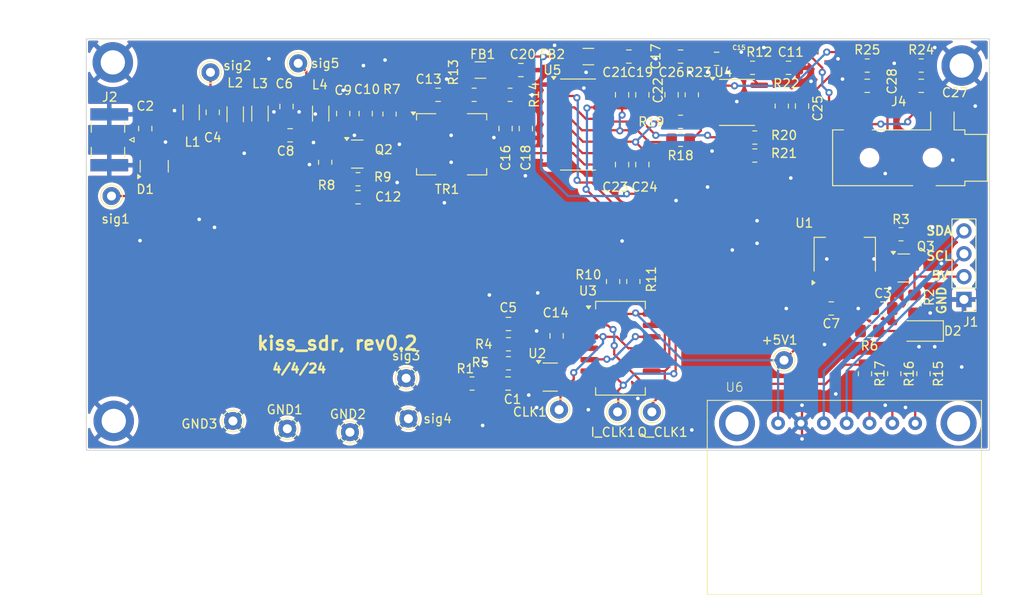
<source format=kicad_pcb>
(kicad_pcb (version 20240108) (generator "pcbnew") (generator_version "8.0")
  (layers (0 "F.Cu" signal) (31 "B.Cu" signal) (34 "B.Paste" user) (35 "F.Paste" user) (36 "B.SilkS" user "B.Silkscreen") (37 "F.SilkS" user "F.Silkscreen") (38 "B.Mask" user) (39 "F.Mask" user) (44 "Edge.Cuts" user))
  (net 0 "")
  (net 1 "GND")
  (net 2 "+5V")
  (net 3 "Net-(J2-In)")
  (net 4 "Net-(C2-Pad1)")
  (net 5 "Net-(C4-Pad1)")
  (net 6 "Net-(C8-Pad1)")
  (net 7 "Net-(C10-Pad2)")
  (net 8 "Net-(C12-Pad2)")
  (net 9 "Net-(C13-Pad2)")
  (net 10 "Net-(U4C-V+)")
  (net 11 "Net-(C16-Pad2)")
  (net 12 "Net-(U5-VCC)")
  (net 13 "Net-(U3A-C)")
  (net 14 "Net-(U5-1B3)")
  (net 15 "Net-(U3A-~{Q})")
  (net 16 "Net-(U3B-Q)")
  (net 17 "/CLK_RX_Q")
  (net 18 "/CLK_RX_I")
  (net 19 "Net-(U5-1B4)")
  (net 20 "Net-(U5-1B1)")
  (net 21 "Net-(U5-1B2)")
  (net 22 "Net-(U4B--)")
  (net 23 "Net-(C25-Pad2)")
  (net 24 "Net-(U3A-D)")
  (net 25 "Net-(U3A-Q)")
  (net 28 "Net-(C1-Pad2)")
  (net 29 "Net-(C27-Pad1)")
  (net 30 "Net-(Q2-S)")
  (net 31 "Net-(C26-Pad2)")
  (net 32 "Net-(Q2-G)")
  (net 33 "Net-(U4A--)")
  (net 34 "/SMP_CLK")
  (net 35 "Net-(C28-Pad1)")
  (net 36 "Net-(D2-A)")
  (net 37 "Net-(J1-Pin_2)")
  (net 38 "Net-(Q2-D)")
  (net 39 "Net-(U6-CLK0)")
  (net 40 "/SCL")
  (net 41 "/SDA")
  (net 42 "Net-(U6-CLK1)")
  (net 43 "Net-(U6-CLK2)")
  (net 44 "Net-(U4A-+)")
  (net 45 "Net-(U4B-+)")
  (net 46 "Net-(U5-1A)")
  (net 47 "Net-(Q3-S)")
  (net 48 "Net-(Q3-G)")
  (net 49 "Net-(C27-Pad2)")
  (net 50 "Net-(C28-Pad2)")
  (footprint "Resistor_SMD:R_0805_2012Metric_Pad1.20x1.40mm_HandSolder" (layer "F.Cu") (at 147.7768 87.825)
    (property "Reference" "R18")
    (property "Value" "100R")
  )
  (footprint "Connector_Coaxial:SMA_Samtec_SMA-J-P-X-ST-EM1_EdgeMount" (layer "F.Cu") (at 84.2768 87.825 -90)
    (property "Reference" "J2")
    (property "Value" "SMA" (hide yes))
  )
  (footprint "Package_TO_SOT_SMD:SOT-23-5" (layer "F.Cu") (at 133.2893 114.2)
    (property "Reference" "U2")
    (property "Value" "74AHCT1G04")
  )
  (footprint "Package_SO:SOIC-8_3.9x4.9mm_P1.27mm" (layer "F.Cu") (at 154.0518 83.67)
    (property "Reference" "U4")
    (property "Value" "OPA2356xxD")
  )
  (footprint "TestPoint:TestPoint_THTPad_D2.0mm_Drill1.0mm" (layer "F.Cu") (at 117.5268 118.825 90)
    (property "Reference" "sig4")
    (property "Value" "filter_gnd2")
  )
  (footprint "TestPoint:TestPoint_THTPad_D2.0mm_Drill1.0mm" (layer "F.Cu") (at 134.2768 117.825)
    (property "Reference" "CLK1")
    (property "Value" "CLK")
  )
  (footprint "Resistor_SMD:R_0805_2012Metric_Pad1.20x1.40mm_HandSolder" (layer "F.Cu") (at 173.7768 106.075 -90)
    (property "Reference" "R2")
    (property "Value" "100K")
  )
  (footprint "Resistor_SMD:R_0805_2012Metric_Pad1.20x1.40mm_HandSolder" (layer "F.Cu") (at 128.6467 112.6663)
    (property "Reference" "R5")
    (property "Value" "5.1K")
  )
  (footprint "Capacitor_SMD:C_0805_2012Metric_Pad1.18x1.45mm_HandSolder" (layer "F.Cu") (at 128.3268 86.575 90)
    (property "Reference" "C16")
    (property "Value" "0.1F")
  )
  (footprint "TestPoint:TestPoint_THTPad_D2.0mm_Drill1.0mm" (layer "F.Cu") (at 95.5268 80.325 90)
    (property "Reference" "sig2")
    (property "Value" "filter1")
  )
  (footprint "Resistor_SMD:R_0805_2012Metric_Pad1.20x1.40mm_HandSolder" (layer "F.Cu") (at 168.5268 79.575)
    (property "Reference" "R25")
    (property "Value" "100R")
  )
  (footprint "jerrys_Library:SI5351_Brd_fp" (layer "F.Cu") (at 181.3828 116.785 -90)
    (property "Reference" "U6")
    (property "Value" "SI5351")
  )
  (footprint "Capacitor_SMD:C_0805_2012Metric_Pad1.18x1.45mm_HandSolder" (layer "F.Cu") (at 130.5768 86.575 90)
    (property "Reference" "C18")
    (property "Value" "10uF")
  )
  (footprint "Capacitor_SMD:C_0805_2012Metric_Pad1.18x1.45mm_HandSolder" (layer "F.Cu") (at 134.0005 109.6153 90)
    (property "Reference" "C14")
    (property "Value" "0.1uF")
  )
  (footprint "Resistor_SMD:R_0805_2012Metric_Pad1.20x1.40mm_HandSolder" (layer "F.Cu") (at 124.6028 114.9163)
    (property "Reference" "R1")
    (property "Value" "100R")
  )
  (footprint "Connector_PinHeader_2.54mm:PinHeader_1x04_P2.54mm_Vertical" (layer "F.Cu") (at 179.2768 105.575 180)
    (property "Reference" "J1")
    (property "Value" "pwr")
  )
  (footprint "Resistor_SMD:R_0805_2012Metric_Pad1.20x1.40mm_HandSolder" (layer "F.Cu") (at 155.7768 79.825)
    (property "Reference" "R12")
    (property "Value" "10R")
  )
  (footprint "Capacitor_SMD:C_0805_2012Metric_Pad1.18x1.45mm_HandSolder" (layer "F.Cu") (at 141.2768 90.575 90)
    (property "Reference" "C23")
    (property "Value" "22nF")
  )
  (footprint "TestPoint:TestPoint_THTPad_D2.0mm_Drill1.0mm" (layer "F.Cu") (at 117.2768 114.325 90)
    (property "Reference" "sig3")
    (property "Value" "filter_gnd1")
  )
  (footprint "Package_TO_SOT_SMD:SOT-223-3_TabPin2" (layer "F.Cu") (at 166.0268 100.575 90)
    (property "Reference" "U1")
    (property "Value" "LD1117S50TR_SOT223")
  )
  (footprint "Resistor_SMD:R_0805_2012Metric_Pad1.20x1.40mm_HandSolder" (layer "F.Cu") (at 128.8268 82.825 180)
    (property "Reference" "R14")
    (property "Value" "2.2K")
  )
  (footprint "Package_SO:SO-14_5.3x10.2mm_P1.27mm" (layer "F.Cu") (at 141.0987 110.9927)
    (property "Reference" "U3")
    (property "Value" "74LC74")
  )
  (footprint "Resistor_SMD:R_0805_2012Metric_Pad1.20x1.40mm_HandSolder" (layer "F.Cu") (at 156.0268 87.575)
    (property "Reference" "R20")
    (property "Value" "100R")
  )
  (footprint "TestPoint:TestPoint_THTPad_D2.0mm_Drill1.0mm" (layer "F.Cu") (at 111.0268 120.325)
    (property "Reference" "GND2")
    (property "Value" "GND1")
  )
  (footprint "Resistor_SMD:R_0805_2012Metric_Pad1.20x1.40mm_HandSolder" (layer "F.Cu") (at 156.0268 89.575)
    (property "Reference" "R21")
    (property "Value" "100R")
  )
  (footprint "Capacitor_SMD:C_0805_2012Metric_Pad1.18x1.45mm_HandSolder" (layer "F.Cu") (at 159.7768 79.825)
    (property "Reference" "C11")
    (property "Value" "0.1uF")
  )
  (footprint "TestPoint:TestPoint_THTPad_D2.0mm_Drill1.0mm" (layer "F.Cu") (at 98.0268 119.075)
    (property "Reference" "GND3")
    (property "Value" "GND1")
  )
  (footprint "MountingHole:MountingHole_2.7mm_M2.5_ISO14580_Pad" (layer "F.Cu") (at 84.6724 79.2212 90)
    (property "Reference" "H2" (hide yes))
    (property "Value" "MountingHole_Pad")
  )
  (footprint "Resistor_SMD:R_0805_2012Metric_Pad1.20x1.40mm_HandSolder" (layer "F.Cu") (at 124.8268 82.825 180)
    (property "Reference" "R13")
    (property "Value" "2.2K")
  )
  (footprint "TestPoint:TestPoint_THTPad_D2.0mm_Drill1.0mm" (layer "F.Cu") (at 159.2768 112.325)
    (property "Reference" "+5V1")
    (property "Value" "+5V")
  )
  (footprint "TestPoint:TestPoint_THTPad_D2.0mm_Drill1.0mm" (layer "F.Cu") (at 144.5866 118.075)
    (property "Reference" "Q_CLK1")
    (property "Value" "Q_CLK")
  )
  (footprint "Resistor_SMD:R_0805_2012Metric_Pad1.20x1.40mm_HandSolder" (layer "F.Cu") (at 128.6467 110.5498)
    (property "Reference" "R4")
    (property "Value" "10K")
  )
  (footprint "jerrys_Library:Transformer_Coilcraft_PWB1010" (layer "F.Cu") (at 122.3268 88.325)
    (property "Reference" "TR1")
    (property "Value" "PWB1010L")
  )
  (footprint "Resistor_SMD:R_0805_2012Metric_Pad1.20x1.40mm_HandSolder" (layer "F.Cu") (at 172.2768 98.325)
    (property "Reference" "R3")
    (property "Value" "10K")
  )
  (footprint "Capacitor_SMD:C_0805_2012Metric_Pad1.18x1.45mm_HandSolder" (layer "F.Cu") (at 95.7768 84.775 -90)
    (property "Reference" "C4")
    (property "Value" "1.1nF")
  )
  (footprint "Resistor_SMD:R_0805_2012Metric_Pad1.20x1.40mm_HandSolder" (layer "F.Cu") (at 149.0268 82.825 90)
    (property "Reference" "R23")
    (property "Value" "10K")
  )
  (footprint "MountingHole:MountingHole_2.7mm_M2.5_ISO14580_Pad" (layer "F.Cu") (at 179.0268 79.575)
    (property "Reference" "H3" (hide yes))
    (property "Value" "MountingHole_Pad")
  )
  (footprint "Resistor_SMD:R_0805_2012Metric_Pad1.20x1.40mm_HandSolder" (layer "F.Cu") (at 159.0268 84.075 90)
    (property "Reference" "R22")
    (property "Value" "10K")
  )
  (footprint "Capacitor_SMD:C_0805_2012Metric_Pad1.18x1.45mm_HandSolder" (layer "F.Cu") (at 141.2768 82.825 -90)
    (property "Reference" "C21")
    (property "Value" "22nF")
  )
  (footprint "Capacitor_SMD:C_0805_2012Metric_Pad1.18x1.45mm_HandSolder" (layer "F.Cu") (at 161.2768 84.075 90)
    (property "Reference" "C25")
    (property "Value" "380pF")
  )
  (footprint "Capacitor_SMD:C_0805_2012Metric_Pad1.18x1.45mm_HandSolder" (layer "F.Cu") (at 128.6028 114.9163)
    (property "Reference" "C1")
    (property "Value" "0.1uF")
  )
  (footprint "Resistor_SMD:R_0805_2012Metric_Pad1.20x1.40mm_HandSolder" (layer "F.Cu") (at 168.7768 109.075 180)
    (property "Reference" "R6")
    (property "Value" "2.2K")
  )
  (footprint "Capacitor_SMD:C_0805_2012Metric_Pad1.18x1.45mm_HandSolder" (layer "F.Cu") (at 147.7768 78.575 180)
    (property "Reference" "C17")
    (property "Value" "10uF")
  )
  (footprint "Inductor_SMD:L_1206_3216Metric_Pad1.22x1.90mm_HandSolder" (layer "F.Cu") (at 107.7768 84.9125 -90)
    (property "Reference" "L4")
    (property "Value" "0.185uH")
  )
  (footprint "MountingHole:MountingHole_2.7mm_M2.5_ISO14580_Pad" (layer "F.Cu") (at 84.7768 119.075)
    (property "Reference" "H4" (hide yes))
    (property "Value" "MountingHole_Pad")
  )
  (footprint "Inductor_SMD:L_1206_3216Metric_Pad1.22x1.90mm_HandSolder" (layer "F.Cu") (at 101.0268 84.9125 -90)
    (property "Reference" "L3")
    (property "Value" "2.54uH")
  )
  (footprint "Resistor_SMD:R_0805_2012Metric_Pad1.20x1.40mm_HandSolder" (layer "F.Cu") (at 147.7768 85.825)
    (property "Reference" "R19")
    (property "Value" "100R")
  )
  (footprint "Capacitor_SMD:C_0805_2012Metric_Pad1.18x1.45mm_HandSolder" (layer "F.Cu") (at 151.7768 78.825 180)
    (property "Reference" "C15")
    (property "Value" "0.1uF")
  )
  (footprint "Resistor_SMD:R_0805_2012Metric_Pad1.20x1.40mm_HandSolder" (layer "F.Cu") (at 108.2768 90.325 90)
    (property "Reference" "R8")
    (property "Value" "27R")
  )
  (footprint "Resistor_SMD:R_0805_2012Metric_Pad1.20x1.40mm_HandSolder" (layer "F.Cu") (at 142.5268 103.575 90)
    (property "Reference" "R11")
    (property "Value" "100R")
  )
  (footprint "Capacitor_SMD:C_0805_2012Metric_Pad1.18x1.45mm_HandSolder" (layer "F.Cu") (at 111.9268 94.2125 180)
    (property "Reference" "C12")
    (property "Value" "0.1F")
  )
  (footprint "Capacitor_SMD:C_0805_2012Metric_Pad1.18x1.45mm_HandSolder" (layer "F.Cu") (at 146.7768 82.825 90)
    (property "Reference" "C26")
    (property "Value" "380pF")
  )
  (footprint "TestPoint:TestPoint_THTPad_D2.0mm_Drill1.0mm" (layer "F.Cu") (at 104.0626 119.9398)
    (property "Reference" "GND1")
    (property "Value" "GND1")
  )
  (footprint "Resistor_SMD:R_0805_2012Metric_Pad1.20x1.40mm_HandSolder" (layer "F.Cu") (at 111.9268 92.2125 180)
    (property "Reference" "R9")
    (property "Value" "27R")
  )
  (footprint "Capacitor_SMD:C_0805_2012Metric_Pad1.18x1.45mm_HandSolder" (layer "F.Cu") (at 128.6467 108.2998 180)
    (property "Reference" "C5")
    (property "Value" "0.1uF")
  )
  (footprint "Package_TO_SOT_SMD:SOT-23" (layer "F.Cu") (at 89.2768 90.7625 90)
    (property "Reference" "D1")
    (property "Value" "BAV99")
  )
  (footprint "Resistor_SMD:R_0805_2012Metric_Pad1.20x1.40mm_HandSolder" (layer "F.Cu") (at 168.2768 113.825 -90)
    (property "Reference" "R17")
    (property "Value" "0R")
  )
  (footprint "Capacitor_SMD:C_0805_2012Metric_Pad1.18x1.45mm_HandSolder" (layer "F.Cu") (at 112.7768 84.9125 90)
    (property "Reference" "C10")
    (property "Value" "0.1uF")
  )
  (footprint "Capacitor_SMD:C_0805_2012Metric_Pad1.18x1.45mm_HandSolder" (layer "F.Cu") (at 143.5268 90.575 90)
    (property "Reference" "C24")
    (property "Value" "22nF")
  )
  (footprint "Capacitor_SMD:C_0805_2012Metric_Pad1.18x1.45mm_HandSolder" (layer "F.Cu") (at 170.2768 106.575)
    (property "Reference" "C3")
    (property "Value" "0.1uF")
  )
  (footprint "Package_SO:SO-16_3.9x9.9mm_P1.27mm" (layer "F.Cu") (at 136.3793 86.13)
    (property "Reference" "U5")
    (property "Value" "SN74CBT3253")
  )
  (footprint "Inductor_SMD:L_1206_3216Metric_Pad1.22x1.90mm_HandSolder" (layer "F.Cu") (at 93.3768 84.775 90)
    (property "Reference" "L1")
    (property "Value" "2.5uH")
  )
  (footprint "Inductor_SMD:L_1206_3216Metric_Pad1.42x1.75mm_HandSolder" (layer "F.Cu") (at 137.5268 78.575)
    (property "Reference" "FB2")
    (property "Value" "FerriteBead, 6A 1 9mΩ 33Ω@100MHz ±25% 1206 Ferrite Beads ROHS")
  )
  (footprint "Capacitor_SMD:C_0805_2012Metric_Pad1.18x1.45mm_HandSolder" (layer "F.Cu") (at 164.5268 106.575 180)
    (property "Reference" "C7")
    (property "Value" "10uF")
  )
  (footprint "Resistor_SMD:R_0805_2012Metric_Pad1.20x1.40mm_HandSolder" (layer "F.Cu") (at 174.5268 79.575)
    (property "Reference" "R24")
    (property "Value" "100R")
  )
  (footprint "Connector_Audio:Jack_3.5mm_CUI_SJ-3523-SMT_Horizontal" (layer "F.Cu") (at 173.2768 89.825 -90)
    (property "Reference" "J4")
    (property "Value" "Audio Out")
  )
  (footprint "Resistor_SMD:R_0805_2012Metric_Pad1.20x1.40mm_HandSolder" (layer "F.Cu") (at 171.5268 113.825 -90)
    (property "Reference" "R16")
    (property "Value" "0R")
  )
  (footprint "Capacitor_SMD:C_0805_2012Metric_Pad1.18x1.45mm_HandSolder" (layer "F.Cu") (at 88.2768 86.575 -90)
    (property "Reference" "C2")
    (property "Value" "1.1nF")
  )
  (footprint "TestPoint:TestPoint_THTPad_D2.0mm_Drill1.0mm" (layer "F.Cu") (at 105.2768 79.325 90)
    (property "Reference" "sig5")
    (property "Value" "filter2")
  )
  (footprint "Inductor_SMD:L_1206_3216Metric_Pad1.42x1.75mm_HandSolder" (layer "F.Cu") (at 125.5268 80.075 180)
    (property "Reference" "FB1")
    (property "Value" "FerriteBead, 6A 1 9mΩ 33Ω@100MHz ±25% 1206 Ferrite Beads ROHS")
  )
  (footprint "Capacitor_SMD:C_0805_2012Metric_Pad1.18x1.45mm_HandSolder" (layer "F.Cu") (at 174.5268 81.825)
    (property "Reference" "C27")
    (property "Value" "10uF")
  )
  (footprint "Resistor_SMD:R_0805_2012Metric_Pad1.20x1.40mm_HandSolder" (layer "F.Cu") (at 140.2768 103.575 90)
    (property "Reference" "R10")
    (property "Value" "100R")
  )
  (footprint "Resistor_SMD:R_0805_2012Metric_Pad1.20x1.40mm_HandSolder" (layer "F.Cu") (at 174.7768 113.825 -90)
    (property "Reference" "R15")
    (property "Value" "0R")
  )
  (footprint "TestPoint:TestPoint_THTPad_D2.0mm_Drill1.0mm" (layer "F.Cu") (at 84.5268 94.075)
    (property "Reference" "sig1")
    (property "Value" "sig1")
  )
  (footprint "Capacitor_SMD:C_0805_2012Metric_Pad1.18x1.45mm_HandSolder" (layer "F.Cu") (at 143.5268 82.825 -90)
    (property "Reference" "C22")
    (property "Value" "22nF")
  )
  (footprint "Capacitor_SMD:C_0805_2012Metric_Pad1.18x1.45mm_HandSolder" (layer "F.Cu") (at 168.5268 81.825 180)
    (property "Reference" "C28")
    (property "Value" "10uF")
  )
  (footprint "LED_SMD:LED_1206_3216Metric_Pad1.42x1.75mm_HandSolder" (layer "F.Cu") (at 174.5268 109.075 180)
    (property "Reference" "D2")
    (property "Value" "OC_Fault")
  )
  (footprint "Capacitor_SMD:C_0805_2012Metric_Pad1.18x1.45mm_HandSolder" (layer "F.Cu") (at 130.0268 80.075 180)
    (property "Reference" "C20")
    (property "Value" "0.1uF")
  )
  (footprint "Capacitor_SMD:C_0805_2012Metric_Pad1.18x1.45mm_HandSolder" (layer "F.Cu") (at 104.3768 87.325)
    (property "Reference" "C8")
    (property "Value" "66.6pF")
  )
  (footprint "Capacitor_SMD:C_0805_2012Metric_Pad1.18x1.45mm_HandSolder" (layer "F.Cu") (at 142.0268 78.575 180)
    (property "Reference" "C19")
    (property "Value" "0.1uF")
  )
  (footprint "Inductor_SMD:L_1206_3216Metric_Pad1.22x1.90mm_HandSolder" (layer "F.Cu") (at 98.2768 84.9875 90)
    (property "Reference" "L2")
    (property "Value" "0.185uH")
  )
  (footprint "Resistor_SMD:R_0805_2012Metric_Pad1.20x1.40mm_HandSolder" (layer "F.Cu") (at 115.4268 84.9625 -90)
    (property "Reference" "R7")
    (property "Value" "100K")
  )
  (footprint "TestPoint:TestPoint_THTPad_D2.0mm_Drill1.0mm" (layer "F.Cu") (at 140.7768 118.075)
    (property "Reference" "I_CLK1")
    (property "Value" "I_CLK")
  )
  (footprint "Capacitor_SMD:C_0805_2012Metric_Pad1.18x1.45mm_HandSolder" (layer "F.Cu") (at 103.9768 84.125 -90)
    (property "Reference" "C6")
    (property "Value" "912pF")
  )
  (footprint "Package_TO_SOT_SMD:SOT-23" (layer "F.Cu") (at 172.5893 102.075)
    (property "Reference" "Q3")
    (property "Value" "AO3401A")
  )
  (footprint "Capacitor_SMD:C_0805_2012Metric_Pad1.18x1.45mm_HandSolder" (layer "F.Cu") (at 110.2768 84.9125 90)
    (property "Reference" "C9")
    (property "Value" "912pF")
  )
  (footprint "Capacitor_SMD:C_0805_2012Metric_Pad1.18x1.45mm_HandSolder" (layer "F.Cu") (at 120.8268 82.825 180)
    (property "Reference" "C13")
    (property "Value" "0.1F")
  )
  (footprint "Package_TO_SOT_SMD:SOT-23" (layer "F.Cu") (at 111.8393 89.4125)
    (property "Reference" "Q2")
    (property "Value" "J310")
  )
  (gr_line (start 81.726 122.325) (end 81.726 76.605) (stroke (width 0.1)) (layer "Edge.Cuts"))
  (gr_line (start 182.1068 122.325) (end 81.726 122.325) (stroke (width 0.1)) (layer "Edge.Cuts"))
  (gr_line (start 81.726 76.605) (end 182.1068 76.605) (stroke (width 0.1)) (layer "Edge.Cuts"))
  (gr_line (start 182.1068 76.605) (end 182.1068 122.325) (stroke (width 0.1)) (layer "Edge.Cuts"))
  (gr_text "SDA" (at 174.9768 98.525 0) (layer "F.SilkS") (effects (font (size 1 1) (thickness 0.2) (bold yes)) (justify left bottom)))
  (gr_text "GND" (at 177.3768 107.325 90) (layer "F.SilkS") (effects (font (size 1 1) (thickness 0.2) (bold yes)) (justify left bottom)))
  (gr_text "SCL" (at 174.9768 101.325 0) (layer "F.SilkS") (effects (font (size 1 1) (thickness 0.2) (bold yes)) (justify left bottom)))
  (gr_text "4/4/24" (at 102.2768 113.825 0) (layer "F.SilkS") (effects (font (size 1 1) (thickness 0.25) (bold yes)) (justify left bottom)))
  (gr_text "kiss_sdr, rev0.2" (at 100.5268 111.325 0) (layer "F.SilkS") (effects (font (size 1.5 1.5) (thickness 0.3) (bold yes)) (justify left bottom)))
  (gr_text "5V" (at 175.5768 103.525 0) (layer "F.SilkS") (effects (font (size 1 1) (thickness 0.2) (bold yes)) (justify left bottom)))
  (segment (start 110.2768 82.325) (end 110.2768 83.875) (width 0.25) (layer "F.Cu") (net 1))
  (segment (start 105.3768 84.725) (end 105.3768 85.125) (width 0.25) (layer "F.Cu") (net 1))
  (segment (start 161.2768 121.075) (end 161.2768 119.445) (width 0.25) (layer "F.Cu") (net 1))
  (segment (start 150.7768 78.8625) (end 150.7393 78.825) (width 0.25) (layer "F.Cu") (net 1))
  (segment (start 126.0268 112.575) (end 127.5554 112.575) (width 0.25) (layer "F.Cu") (net 1))
  (segment (start 137.9068 82.955) (end 138.9543 82.955) (width 0.25) (layer "F.Cu") (net 1))
  (segment (start 104.3143 85.325) (end 104.0268 85.6125) (width 0.25) (layer "F.Cu") (net 1))
  (segment (start 130.9018 116.2) (end 131.1018 116.2) (width 0.25) (layer "F.Cu") (net 1))
  (segment (start 150.7768 80.325) (end 150.7768 78.8625) (width 0.25) (layer "F.Cu") (net 1))
  (segment (start 176.0268 110.825) (end 176.0268 109.0875) (width 0.25) (layer "F.Cu") (net 1))
  (segment (start 173.7768 107.075) (end 175.5268 107.075) (width 0.25) (layer "F.Cu") (net 1))
  (segment (start 131.1018 116.2) (end 132.1518 115.15) (width 0.25) (layer "F.Cu") (net 1))
  (segment (start 161.2768 119.205) (end 161.1568 119.325) (width 0.25) (layer "F.Cu") (net 1))
  (segment (start 121.7768 81.075) (end 121.7768 82.7375) (width 0.25) (layer "F.Cu") (net 1))
  (segment (start 161.2768 119.445) (end 161.1568 119.325) (width 0.25) (layer "F.Cu") (net 1))
  (segment (start 137.0268 82.075) (end 137.9068 82.955) (width 0.25) (layer "F.Cu") (net 1))
  (segment (start 121.7768 82.7375) (end 121.8643 82.825) (width 0.25) (layer "F.Cu") (net 1))
  (segment (start 161.2768 117.325) (end 161.2768 119.205) (width 0.25) (layer "F.Cu") (net 1))
  (segment (start 127.5554 112.575) (end 127.6467 112.6663) (width 0.25) (layer "F.Cu") (net 1))
  (segment (start 176.0268 109.0875) (end 176.0143 109.075) (width 0.25) (layer "F.Cu") (net 1))
  (segment (start 105.3768 85.125) (end 105.1768 85.325) (width 0.25) (layer "F.Cu") (net 1))
  (segment (start 105.1768 85.325) (end 104.3143 85.325) (width 0.25) (layer "F.Cu") (net 1))
  (via (at 126.0268 112.575) (size 0.8) (drill 0.4) (layers "F.Cu" "B.Cu") (net 1))
  (via (at 179.0268 113.075) (size 0.8) (drill 0.4) (layers "F.Cu" "B.Cu") (net 1))
  (via (at 154.5268 78.075) (size 0.8) (drill 0.4) (layers "F.Cu" "B.Cu") (net 1))
  (via (at 130.9018 116.2) (size 0.8) (drill 0.4) (layers "F.Cu" "B.Cu") (net 1))
  (via (at 149.0268 120.075) (size 0.8) (drill 0.4) (layers "F.Cu" "B.Cu") (net 1))
  (via (at 154.0268 83.575) (size 0.8) (drill 0.4) (layers "F.Cu" "B.Cu") (net 1))
  (via (at 175.5268 107.075) (size 0.8) (drill 0.4) (layers "F.Cu" "B.Cu") (net 1))
  (via (at 131.7768 109.075) (size 0.8) (drill 0.4) (layers "F.Cu" "B.Cu") (net 1))
  (via (at 165.0268 116.075) (size 0.8) (drill 0.4) (layers "F.Cu" "B.Cu") (net 1))
  (via (at 105.3768 84.725) (size 0.8) (drill 0.4) (layers "F.Cu" "B.Cu") (net 1))
  (via (at 161.2768 121.075) (size 0.8) (drill 0.4) (layers "F.Cu" "B.Cu") (net 1))
  (via (at 153.0268 80.325) (size 0.8) (drill 0.4) (layers "F.Cu" "B.Cu") (net 1))
  (via (at 122.2768 87.325) (size 0.8) (drill 0.4) (layers "F.Cu" "B.Cu") (net 1))
  (via (at 145.0268 78.825) (size 0.8) (drill 0.4) (layers "F.Cu" "B.Cu") (net 1))
  (via (at 112.5268 79.575) (size 0.8) (drill 0.4) (layers "F.Cu" "B.Cu") (net 1))
  (via (at 171.5268 79.325) (size 0.8) (drill 0.4) (layers "F.Cu" "B.Cu") (net 1))
  (via (at 125.7768 119.575) (size 0.8) (drill 0.4) (layers "F.Cu" "B.Cu") (net 1))
  (via (at 151.2768 89.075) (size 0.8) (drill 0.4) (layers "F.Cu" "B.Cu") (net 1))
  (via (at 156.2768 99.325) (size 0.8) (drill 0.4) (layers "F.Cu" "B.Cu") (net 1))
  (via (at 111.5268 87.325) (size 0.8) (drill 0.4) (layers "F.Cu" "B.Cu") (net 1))
  (via (at 137.2768 80.325) (size 0.8) (drill 0.4) (layers "F.Cu" "B.Cu") (net 1))
  (via (at 178.0268 90.075) (size 0.8) (drill 0.4) (layers "F.Cu" "B.Cu") (net 1))
  (via (at 121.5268 94.825) (size 0.8) (drill 0.4) (layers "F.Cu" "B.Cu") (net 1))
  (via (at 153.5268 100.075) (size 0.8) (drill 0.4) (layers "F.Cu" "B.Cu") (net 1))
  (via (at 165.2768 78.825) (size 0.8) (drill 0.4) (layers "F.Cu" "B.Cu") (net 1))
  (via (at 176.7768 101.575) (size 0.8) (drill 0.4) (layers "F.Cu" "B.Cu") (net 1))
  (via (at 165.7768 81.075) (size 0.8) (drill 0.4) (layers "F.Cu" "B.Cu") (net 1))
  (via (at 90.5268 88.075) (size 0.8) (drill 0.4) (layers "F.Cu" "B.Cu") (net 1))
  (via (at 94.2736 96.671) (size 0.8) (drill 0.4) (layers "F.Cu" "B.Cu") (net 1))
  (via (at 174.2768 110.825) (size 0.8) (drill 0.4) (layers "F.Cu" "B.Cu") (net 1))
  (via (at 141.2768 99.075) (size 0.8) (drill 0.4) (layers "F.Cu" "B.Cu") (net 1))
  (via (at 170.5268 91.575) (size 0.8) (drill 0.4) (layers "F.Cu" "B.Cu") (net 1))
  (via (at 131.2768 82.825) (size 0.8) (drill 0.4) (layers "F.Cu" "B.Cu") (net 1))
  (via (at 150.7768 93.075) (size 0.8) (drill 0.4) (layers "F.Cu" "B.Cu") (net 1))
  (via (at 131.8996 104.8425) (size 0.8) (drill 0.4) (layers "F.Cu" "B.Cu") (net 1))
  (via (at 147.2768 94.575) (size 0.8) (drill 0.4) (layers "F.Cu" "B.Cu") (net 1))
  (via (at 126.5268 105.075) (size 0.8) (drill 0.4) (layers "F.Cu" "B.Cu") (net 1))
  (via (at 87.695 99.0332) (size 0.8) (drill 0.4) (layers "F.Cu" "B.Cu") (net 1))
  (via (at 157.0268 77.575) (size 0.8) (drill 0.4) (layers "F.Cu" "B.Cu") (net 1))
  (via (at 99.2768 89.325) (size 0.8) (drill 0.4) (layers "F.Cu" "B.Cu") (net 1))
  (via (at 164.0268 101.075) (size 0.8) (drill 0.4) (layers "F.Cu" "B.Cu") (net 1))
  (via (at 176.0268 110.825) (size 0.8) (drill 0.4) (layers "F.Cu" "B.Cu") (net 1))
  (via (at 180.5268 84.075) (size 0.8) (drill 0.4) (layers "F.Cu" "B.Cu") (net 1))
  (via (at 171.0268 104.325) (size 0.8) (drill 0.4) (layers "F.Cu" "B.Cu") (net 1))
  (via (at 122.2768 90.325) (size 0.8) (drill 0.4) (layers "F.Cu" "B.Cu") (net 1))
  (via (at 148.7768 80.325) (size 0.8) (drill 0.4) (layers "F.Cu" "B.Cu") (net 1))
  (via (at 95.9754 97.56) (size 0.8) (drill 0.4) (layers "F.Cu" "B.Cu") (net 1))
  (via (at 172.7768 117.575) (size 0.8) (drill 0.4) (layers "F.Cu" "B.Cu") (net 1))
  (via (at 106.5268 90.575) (size 0.8) (drill 0.4) (layers "F.Cu" "B.Cu") (net 1))
  (via (at 175.7768 97.575) (size 0.8) (drill 0.4) (layers "F.Cu" "B.Cu") (net 1))
  (via (at 130.5268 91.825) (size 0.8) (drill 0.4) (layers "F.Cu" "B.Cu") (net 1))
  (via (at 131.7768 117.575) (size 0.8) (drill 0.4) (layers "F.Cu" "B.Cu") (net 1))
  (via (at 110.2768 82.325) (size 0.8) (drill 0.4) (layers "F.Cu" "B.Cu") (net 1))
  (via (at 107.1768 84.9625) (size 0.8) (drill 0.4) (layers "F.Cu" "B.Cu") (net 1))
  (via (at 150.7768 80.325) (size 0.8) (drill 0.4) (layers "F.Cu" "B.Cu") (net 1))
  (via (at 169.2768 101.075) (size 0.8) (drill 0.4) (layers "F.Cu" "B.Cu") (net 1))
  (via (at 137.0268 82.075) (size 0.8) (drill 0.4) (layers "F.Cu" "B.Cu") (net 1))
  (via (at 127.0268 87.575) (size 0.8) (drill 0.4) (layers "F.Cu" "B.Cu") (net 1))
  (via (at 116.5268 88.325) (size 0.8) (drill 0.4) (layers "F.Cu" "B.Cu") (net 1))
  (via (at 133.7768 77.325) (size 0.8) (drill 0.4) (layers "F.Cu" "B.Cu") (net 1))
  (via (at 114.9268 78.9625) (size 0.8) (drill 0.4) (layers "F.Cu" "B.Cu") (net 1))
  (via (at 156.2768 96.825) (size 0.8) (drill 0.4) (layers "F.Cu" "B.Cu") (net 1))
  (via (at 143.0268 116.575) (size 0.8) (drill 0.4) (layers "F.Cu" "B.Cu") (net 1))
  (via (at 167.5268 106.575) (size 0.8) (drill 0.4) (layers "F.Cu" "B.Cu") (net 1))
  (via (at 102.5768 84.725) (size 0.8) (drill 0.4) (layers "F.Cu" "B.Cu") (net 1))
  (via (at 102.0268 78.825) (size 0.8) (drill 0.4) (layers "F.Cu" "B.Cu") (net 1))
  (via (at 91.5268 84.575) (size 0.8) (drill 0.4) (layers "F.Cu" "B.Cu") (net 1))
  (via (at 106.9768 88.125) (size 0.8) (drill 0.4) (layers "F.Cu" "B.Cu") (net 1))
  (via (at 121.7768 81.075) (size 0.8) (drill 0.4) (layers "F.Cu" "B.Cu") (net 1))
  (via (at 137.5268 117.825) (size 0.8) (drill 0.4) (layers "F.Cu" "B.Cu") (net 1))
  (via (at 160.0268 92.075) (size 0.8) (drill 0.4) (layers "F.Cu" "B.Cu") (net 1))
  (via (at 161.2768 117.325) (size 0.8) (drill 0.4) (layers "F.Cu" "B.Cu") (net 1))
  (via (at 163.7768 110.575) (size 0.8) (drill 0.4) (layers "F.Cu" "B.Cu") (net 1))
  (via (at 170.5268 117.325) (size 0.8) (drill 0.4) (layers "F.Cu" "B.Cu") (net 1))
  (via (at 176.0268 77.575) (size 0.8) (drill 0.4) (layers "F.Cu" "B.Cu") (net 1))
  (via (at 116.2768 92.575) (size 0.8) (drill 0.4) (layers "F.Cu" "B.Cu") (net 1))
  (via (at 159.5268 106.575) (size 0.8) (drill 0.4) (layers "F.Cu" "B.Cu") (net 1))
  (via (at 162.2768 81.325) (size 0.8) (drill 0.4) (layers "F.Cu" "B.Cu") (net 1))
  (segment (start 159.7768 78.575) (end 160.2768 78.575) (width 0.25) (layer "F.Cu") (net 2))
  (segment (start 133.8975 110.5498) (end 134.0005 110.6528) (width 0.25) (layer "F.Cu") (net 2))
  (segment (start 134.089 110.9615) (end 133.7973 110.9615) (width 0.25) (layer "F.Cu") (net 2))
  (segment (start 144.5612 108.4527) (end 144.5612 108.075) (width 0.25) (layer "F.Cu") (net 2))
  (segment (start 160.2768 78.575) (end 162.2768 78.575) (width 0.25) (layer "F.Cu") (net 2))
  (segment (start 134.3404 110.9927) (end 135.6028 110.9927) (width 0.25) (layer "F.Cu") (net 2))
  (segment (start 137.6362 107.1827) (end 136.8364 107.1827) (width 0.25) (layer "F.Cu") (net 2))
  (segment (start 158.7393 79.825) (end 158.7393 79.6125) (width 0.25) (layer "F.Cu") (net 2))
  (segment (start 140.4972 107.1827) (end 137.6362 107.1827) (width 0.25) (layer "F.Cu") (net 2))
  (segment (start 134.0005 110.6528) (end 134.3404 110.9927) (width 0.25) (layer "F.Cu") (net 2))
  (segment (start 135.6028 108.4163) (end 135.6028 110.9927) (width 0.25) (layer "F.Cu") (net 2))
  (segment (start 164.2768 95.675) (end 164.2768 93.825) (width 0.25) (layer "F.Cu") (net 2))
  (segment (start 166.0268 97.425) (end 166.0268 103.725) (width 0.25) (layer "F.Cu") (net 2))
  (segment (start 158.7393 79.6125) (end 159.7768 78.575) (width 0.25) (layer "F.Cu") (net 2))
  (segment (start 136.0393 78.575) (end 136.2768 78.575) (width 0.25) (layer "F.Cu") (net 2))
  (segment (start 134.1474 111.0199) (end 134.089 110.9615) (width 0.25) (layer "F.Cu") (net 2))
  (segment (start 146.0268 111.9147) (end 146.0268 108.9023) (width 0.25) (layer "F.Cu") (net 2))
  (segment (start 135.6028 110.9927) (end 137.6362 110.9927) (width 0.25) (layer "F.Cu") (net 2))
  (segment (start 129.6467 110.5498) (end 133.8975 110.5498) (width 0.25) (layer "F.Cu") (net 2))
  (segment (start 164.2768 93.825) (end 141.7768 93.825) (width 0.25) (layer "F.Cu") (net 2))
  (segment (start 127.0143 80.075) (end 128.9893 80.075) (width 0.25) (layer "F.Cu") (net 2))
  (segment (start 166.0893 106.575) (end 166.0893 107.9375) (width 0.25) (layer "F.Cu") (net 2))
  (segment (start 145.5772 108.4527) (end 144.5612 108.4527) (width 0.25) (layer "F.Cu") (net 2))
  (segment (start 156.7768 79.825) (end 158.7393 79.825) (width 0.25) (layer "F.Cu") (net 2))
  (segment (start 145.6788 112.2627) (end 146.0268 111.9147) (width 0.25) (layer "F.Cu") (net 2))
  (segment (start 136.8364 107.1827) (end 135.6028 108.4163) (width 0.25) (layer "F.Cu") (net 2))
  (segment (start 166.0268 97.425) (end 164.2768 95.675) (width 0.25) (layer "F.Cu") (net 2))
  (segment (start 164.2768 93.825) (end 164.2768 82.575) (width 0.25) (layer "F.Cu") (net 2))
  (segment (start 129.6467 110.5498) (end 129.6467 108.3373) (width 0.25) (layer "F.Cu") (net 2))
  (segment (start 144.5612 108.075) (end 144.5612 107.1827) (width 0.25) (layer "F.Cu") (net 2))
  (segment (start 162.5268 109.075) (end 167.2268 109.075) (width 0.25) (layer "F.Cu") (net 2))
  (segment (start 159.2768 112.325) (end 162.5268 109.075) (width 0.25) (layer "F.Cu") (net 2))
  (segment (start 144.5612 112.2627) (end 145.6788 112.2627) (width 0.25) (layer "F.Cu") (net 2))
  (segment (start 128.9893 79.8625) (end 130.2768 78.575) (width 0.25) (layer "F.Cu") (net 2))
  (segment (start 130.2768 78.575) (end 132.5268 78.575) (width 0.25) (layer "F.Cu") (net 2))
  (segment (start 166.0268 106.5125) (end 166.0893 106.575) (width 0.25) (layer "F.Cu") (net 2))
  (segment (start 144.5612 107.1827) (end 142.8845 107.1827) (width 0.25) (layer "F.Cu") (net 2))
  (segment (start 156.7768 79.575) (end 156.7768 79.825) (width 0.25) (layer "F.Cu") (net 2))
  (segment (start 142.8845 107.1827) (end 142.7768 107.075) (width 0.25) (layer "F.Cu") (net 2))
  (segment (start 142.6691 107.1827) (end 140.4972 107.1827) (width 0.25) (layer "F.Cu") (net 2))
  (segment (start 134.1474 113.1978) (end 134.1474 111.0199) (width 0.25) (layer "F.Cu") (net 2))
  (segment (start 162.2768 78.575) (end 163.5268 79.825) (width 0.25) (layer "F.Cu") (net 2))
  (segment (start 166.0268 103.725) (end 166.0268 106.5125) (width 0.25) (layer "F.Cu") (net 2))
  (segment (start 142.7768 107.075) (end 142.6691 107.1827) (width 0.25) (layer "F.Cu") (net 2))
  (segment (start 163.5268 79.825) (end 163.5268 80.325) (width 0.25) (layer "F.Cu") (net 2))
  (segment (start 146.0268 108.9023) (end 145.5772 108.4527) (width 0.25) (layer "F.Cu") (net 2))
  (segment (start 132.5268 78.575) (end 136.0393 78.575) (width 0.25) (layer "F.Cu") (net 2))
  (segment (start 128.9893 80.075) (end 128.9893 79.8625) (width 0.25) (layer "F.Cu") (net 2))
  (segment (start 129.6467 108.3373) (end 129.6842 108.2998) (width 0.25) (layer "F.Cu") (net 2))
  (segment (start 166.0893 107.9375) (end 167.2268 109.075) (width 0.25) (layer "F.Cu") (net 2))
  (via (at 163.5268 80.325) (size 0.8) (drill 0.4) (layers "F.Cu" "B.Cu") (net 2))
  (via (at 141.7768 93.825) (size 0.8) (drill 0.4) (layers "F.Cu" "B.Cu") (net 2))
  (via (at 132.5268 78.575) (size 0.8) (drill 0.4) (layers "F.Cu" "B.Cu") (net 2))
  (via (at 142.7768 107.075) (size 0.8) (drill 0.4) (layers "F.Cu" "B.Cu") (net 2))
  (via (at 164.2768 82.575) (size 0.8) (drill 0.4) (layers "F.Cu" "B.Cu") (net 2))
  (segment (start 135.2768 94.075) (end 132.2768 91.075) (width 0.25) (layer "B.Cu") (net 2))
  (segment (start 141.7768 93.825) (end 141.5268 94.075) (width 0.25) (layer "B.Cu") (net 2))
  (segment (start 163.5268 81.825) (end 164.2768 82.575) (width 0.25) (layer "B.Cu") (net 2))
  (segment (start 148.0268 112.325) (end 159.2768 112.325) (width 0.25) (layer "B.Cu") (net 2))
  (segment (start 158.6168 112.985) (end 159.2768 112.325) (width 0.25) (layer "B.Cu") (net 2))
  (segment (start 142.7768 107.075) (end 148.0268 112.325) (width 0.25) (layer "B.Cu") (net 2))
  (segment (start 141.5268 94.075) (end 135.2768 94.075) (width 0.25) (layer "B.Cu") (net 2))
  (segment (start 158.6168 119.325) (end 158.6168 112.985) (width 0.25) (layer "B.Cu") (net 2))
  (segment (start 163.5268 80.325) (end 163.5268 81.825) (width 0.25) (layer "B.Cu") (net 2))
  (segment (start 132.2768 91.075) (end 132.2768 78.575) (width 0.25) (layer "B.Cu") (net 2))
  (segment (start 89.2768 89.825) (end 89.2768 93.325) (width 0.25) (layer "F.Cu") (net 3))
  (segment (start 83.6818 94.1564) (end 84.266 94.1564) (width 0.25) (layer "F.Cu") (net 3))
  (segment (start 88.2768 87.6125) (end 88.2768 88.825) (width 0.25) (layer "F.Cu") (net 3))
  (segment (start 88.5268 94.075) (end 84.5268 94.075) (width 0.25) (layer "F.Cu") (net 3))
  (segment (start 84.0768 87.825) (end 88.0643 87.825) (width 0.25) (layer "F.Cu") (net 3))
  (segment (start 88.2768 88.825) (end 89.2768 89.825) (width 0.25) (layer "F.Cu") (net 3))
  (segment (start 89.2768 93.325) (end 88.5268 94.075) (width 0.25) (layer "F.Cu") (net 3))
  (segment (start 88.0643 87.825) (end 88.2768 87.6125) (width 0.25) (layer "F.Cu") (net 3))
  (segment (start 91.0268 86.575) (end 93.2393 86.575) (width 0.25) (layer "F.Cu") (net 4))
  (segment (start 93.3768 86.4375) (end 95.1518 86.4375) (width 0.25) (layer "F.Cu") (net 4))
  (segment (start 93.2393 86.575) (end 93.3768 86.4375) (width 0.25) (layer "F.Cu") (net 4))
  (segment (start 89.9893 85.5375) (end 91.0268 86.575) (width 0.25) (layer "F.Cu") (net 4))
  (segment (start 88.2768 85.5375) (end 89.9893 85.5375) (width 0.25) (layer "F.Cu") (net 4))
  (segment (start 95.1518 86.4375) (end 95.7768 85.8125) (width 0.25) (layer "F.Cu") (net 4))
  (segment (start 95.7768 83.7375) (end 95.7768 83.325) (width 0.25) (layer "F.Cu") (net 5))
  (segment (start 95.7768 80.575) (end 95.5268 80.325) (width 0.25) (layer "F.Cu") (net 5))
  (segment (start 98.2768 83.325) (end 101.2018 83.325) (width 0.25) (layer "F.Cu") (net 5))
  (segment (start 97.8643 83.7375) (end 98.2768 83.325) (width 0.25) (layer "F.Cu") (net 5))
  (segment (start 95.7768 83.7375) (end 97.8643 83.7375) (width 0.25) (layer "F.Cu") (net 5))
  (segment (start 95.7768 83.325) (end 95.5268 83.075) (width 0.25) (layer "F.Cu") (net 5))
  (segment (start 101.2018 83.325) (end 101.2768 83.25) (width 0.25) (layer "F.Cu") (net 5))
  (segment (start 101.5893 82.9375) (end 101.2768 83.25) (width 0.25) (layer "F.Cu") (net 5))
  (segment (start 101.2768 83.25) (end 104.1768 83.25) (width 0.25) (layer "F.Cu") (net 5))
  (segment (start 95.5268 83.075) (end 95.5268 80.325) (width 0.25) (layer "F.Cu") (net 5))
  (segment (start 101.0268 86.575) (end 102.2768 87.825) (width 0.25) (layer "F.Cu") (net 6))
  (segment (start 102.2768 87.825) (end 103.4893 87.825) (width 0.25) (layer "F.Cu") (net 6))
  (segment (start 100.7143 87.025) (end 101.2768 86.4625) (width 0.25) (layer "F.Cu") (net 6))
  (segment (start 106.5768 86.925) (end 107.4268 86.925) (width 0.25) (layer "F.Cu") (net 7))
  (segment (start 107.7768 86.575) (end 109.6518 86.575) (width 0.25) (layer "F.Cu") (net 7))
  (segment (start 109.6518 86.575) (end 110.2768 85.95) (width 0.25) (layer "F.Cu") (net 7))
  (segment (start 106.1768 86.5625) (end 106.1768 80.225) (width 0.25) (layer "F.Cu") (net 7))
  (segment (start 106.1768 87.325) (end 106.5768 86.925) (width 0.25) (layer "F.Cu") (net 7))
  (segment (start 105.4143 87.325) (end 106.1768 86.5625) (width 0.25) (layer "F.Cu") (net 7))
  (segment (start 105.4143 87.325) (end 106.1768 87.325) (width 0.25) (layer "F.Cu") (net 7))
  (segment (start 106.1768 80.225) (end 105.2768 79.325) (width 0.25) (layer "F.Cu") (net 7))
  (segment (start 110.2768 85.95) (end 110.7018 85.95) (width 0.25) (layer "F.Cu") (net 7))
  (segment (start 107.4268 86.925) (end 107.7768 86.575) (width 0.25) (layer "F.Cu") (net 7))
  (segment (start 110.7018 85.95) (end 112.7768 83.875) (width 0.25) (layer "F.Cu") (net 7))
  (segment (start 108.2768 91.1625) (end 109.3768 91.1625) (width 0.25) (layer "F.Cu") (net 8))
  (segment (start 109.3768 91.1625) (end 110.1768 91.9625) (width 0.25) (layer "F.Cu") (net 8))
  (segment (start 110.9268 92.2125) (end 110.9268 94.175) (width 0.25) (layer "F.Cu") (net 8))
  (segment (start 110.1768 91.9625) (end 110.5768 91.9625) (width 0.25) (layer "F.Cu") (net 8))
  (segment (start 110.5768 91.9625) (end 111.2768 92.6625) (width 0.25) (layer "F.Cu") (net 8))
  (segment (start 110.9268 94.175) (end 110.8893 94.2125) (width 0.25) (layer "F.Cu") (net 8))
  (segment (start 108.2268 91.2125) (end 108.2768 91.1625) (width 0.25) (layer "F.Cu") (net 8))
  (segment (start 120.8668 85.785) (end 119.3768 85.785) (width 0.25) (layer "F.Cu") (net 9))
  (segment (start 123.8268 82.825) (end 123.8268 80.2875) (width 0.25) (layer "F.Cu") (net 9))
  (segment (start 123.8268 80.2875) (end 124.0393 80.075) (width 0.25) (layer "F.Cu") (net 9))
  (segment (start 123.8268 82.825) (end 120.8668 85.785) (width 0.25) (layer "F.Cu") (net 9))
  (segment (start 119.3768 85.785) (end 119.3768 82.9375) (width 0.25) (layer "F.Cu") (net 9))
  (segment (start 152.8143 78.575) (end 154.0643 79.825) (width 0.25) (layer "F.Cu") (net 10))
  (segment (start 154.7768 80.015) (end 154.7768 79.825) (width 0.25) (layer "F.Cu") (net 10))
  (segment (start 152.8143 78.575) (end 152.0143 77.775) (width 0.25) (layer "F.Cu") (net 10))
  (segment (start 152.0143 77.775) (end 149.6143 77.775) (width 0.25) (layer "F.Cu") (net 10))
  (segment (start 152.8143 78.325) (end 152.8143 78.575) (width 0.25) (layer "F.Cu") (net 10))
  (segment (start 154.0643 79.825) (end 154.7768 79.825) (width 0.25) (layer "F.Cu") (net 10))
  (segment (start 156.5268 81.765) (end 154.7768 80.015) (width 0.25) (layer "F.Cu") (net 10))
  (segment (start 149.6143 77.775) (end 148.8143 78.575) (width 0.25) (layer "F.Cu") (net 10))
  (segment (start 128.3268 85.5375) (end 128.0393 85.5375) (width 0.25) (layer "F.Cu") (net 11))
  (segment (start 125.8268 85.27) (end 125.3118 85.785) (width 0.25) (layer "F.Cu") (net 11))
  (segment (start 125.8268 82.825) (end 127.8268 82.825) (width 0.25) (layer "F.Cu") (net 11))
  (segment (start 128.0393 85.5375) (end 127.7918 85.785) (width 0.25) (layer "F.Cu") (net 11))
  (segment (start 125.8268 82.825) (end 125.8268 85.27) (width 0.25) (layer "F.Cu") (net 11))
  (segment (start 127.7918 85.785) (end 125.3118 85.785) (width 0.25) (layer "F.Cu") (net 11))
  (segment (start 130.5768 85.5375) (end 128.3268 85.5375) (width 0.25) (layer "F.Cu") (net 11))
  (segment (start 139.0143 78.575) (end 140.9893 78.575) (width 0.25) (layer "F.Cu") (net 12))
  (segment (start 138.9543 78.635) (end 139.0143 78.575) (width 0.25) (layer "F.Cu") (net 12))
  (segment (start 138.9543 81.685) (end 138.9543 78.635) (width 0.25) (layer "F.Cu") (net 12))
  (segment (start 135.9018 114.45) (end 135.9018 114.2) (width 0.25) (layer "F.Cu") (net 13))
  (segment (start 140.7004 109.7227) (end 141.9704 110.9927) (width 0.25) (layer "F.Cu") (net 13))
  (segment (start 134.8934 115.0978) (end 134.1474 115.0978) (width 0.25) (layer "F.Cu") (net 13))
  (segment (start 134.4268 117.675) (end 134.2768 117.825) (width 0.25) (layer "F.Cu") (net 13))
  (segment (start 134.4268 115.15) (end 134.4268 117.675) (width 0.25) (layer "F.Cu") (net 13))
  (segment (start 135.2018 115.15) (end 135.9018 114.45) (width 0.25) (layer "F.Cu") (net 13))
  (segment (start 135.9018 114.2) (end 135.9018 113.7) (width 0.25) (layer "F.Cu") (net 13))
  (segment (start 139.1291 109.7227) (end 139.1518 109.7) (width 0.25) (layer "F.Cu") (net 13))
  (segment (start 137.6362 109.7227) (end 139.1291 109.7227) (width 0.25) (layer "F.Cu") (net 13))
  (segment (start 134.4268 115.15) (end 135.2018 115.15) (width 0.25) (layer "F.Cu") (net 13))
  (segment (start 139.1745 109.7227) (end 140.7004 109.7227) (width 0.25) (layer "F.Cu") (net 13))
  (segment (start 139.1518 109.7) (end 139.1745 109.7227) (width 0.25) (layer "F.Cu") (net 13))
  (segment (start 141.9704 110.9927) (end 144.5612 110.9927) (width 0.25) (layer "F.Cu") (net 13))
  (via (at 139.1518 109.7) (size 0.8) (drill 0.4) (layers "F.Cu" "B.Cu") (net 13))
  (via (at 135.9018 113.7) (size 0.8) (drill 0.4) (layers "F.Cu" "B.Cu") (net 13))
  (segment (start 135.9018 113.7) (end 139.1518 110.45) (width 0.25) (layer "B.Cu") (net 13))
  (segment (start 139.1518 110.45) (end 139.1518 109.7) (width 0.25) (layer "B.Cu") (net 13))
  (segment (start 133.8043 85.495) (end 135.5499 85.495) (width 0.25) (layer "F.Cu") (net 14))
  (segment (start 141.0268 86.825) (end 141.0868 86.765) (width 0.25) (layer "F.Cu") (net 14))
  (segment (start 141.2768 83.8625) (end 141.2768 85.075) (width 0.25) (layer "F.Cu") (net 14))
  (segment (start 138.9543 86.765) (end 140.9668 86.765) (width 0.25) (layer "F.Cu") (net 14))
  (segment (start 136.8199 86.765) (end 138.9543 86.765) (width 0.25) (layer "F.Cu") (net 14))
  (segment (start 142.9668 86.765) (end 144.2768 88.075) (width 0.25) (layer "F.Cu") (net 14))
  (segment (start 135.5499 85.495) (end 136.8199 86.765) (width 0.25) (layer "F.Cu") (net 14))
  (segment (start 141.0868 86.765) (end 142.9668 86.765) (width 0.25) (layer "F.Cu") (net 14))
  (segment (start 140.9668 86.765) (end 141.0268 86.825) (width 0.25) (layer "F.Cu") (net 14))
  (segment (start 144.2768 88.075) (end 146.7768 88.075) (width 0.25) (layer "F.Cu") (net 14))
  (via (at 141.0268 86.825) (size 0.8) (drill 0.4) (layers "F.Cu" "B.Cu") (net 14))
  (via (at 141.2768 85.075) (size 0.8) (drill 0.4) (layers "F.Cu" "B.Cu") (net 14))
  (segment (start 141.0268 86.825) (end 141.0268 85.325) (width 0.25) (layer "B.Cu") (net 14))
  (segment (start 141.0268 85.325) (end 141.2768 85.075) (width 0.25) (layer "B.Cu") (net 14))
  (segment (start 137.6362 113.5327) (end 139.8876 113.5327) (width 0.25) (layer "F.Cu") (net 15))
  (segment (start 140.8528 115.6663) (end 141.4116 115.1075) (width 0.25) (layer "F.Cu") (net 15))
  (segment (start 147.2268 113.625) (end 147.0268 113.825) (width 0.25) (layer "F.Cu") (net 15))
  (segment (start 141.4116 115.1075) (end 141.4624 115.1075) (width 0.25) (layer "F.Cu") (net 15))
  (segment (start 141.4116 115.0567) (end 141.4116 115.1075) (width 0.25) (layer "F.Cu") (net 15))
  (segment (start 141.4624 115.1075) (end 141.4116 115.0567) (width 0.25) (layer "F.Cu") (net 15))
  (segment (start 142.5268 104.575) (end 144.5268 104.575) (width 0.25) (layer "F.Cu") (net 15))
  (segment (start 139.8876 113.5327) (end 141.4116 115.0567) (width 0.25) (layer "F.Cu") (net 15))
  (segment (start 144.5268 104.575) (end 147.2268 107.275) (width 0.25) (layer "F.Cu") (net 15))
  (segment (start 140.8528 118.6619) (end 140.8528 115.6663) (width 0.25) (layer "F.Cu") (net 15))
  (segment (start 147.2268 107.275) (end 147.2268 113.625) (width 0.25) (layer "F.Cu") (net 15))
  (via (at 141.4116 115.1075) (size 0.8) (drill 0.4) (layers "F.Cu" "B.Cu") (net 15))
  (via (at 147.0268 113.825) (size 0.8) (drill 0.4) (layers "F.Cu" "B.Cu") (net 15))
  (segment (start 141.4116 115.1075) (end 142.6941 113.825) (width 0.25) (layer "B.Cu") (net 15))
  (segment (start 141.5041 115.2) (end 141.4116 115.1075) (width 0.25) (layer "B.Cu") (net 15))
  (segment (start 142.6941 113.825) (end 147.0268 113.825) (width 0.25) (layer "B.Cu") (net 15))
  (segment (start 146.5268 107.484892) (end 146.5268 113.0403) (width 0.25) (layer "F.Cu") (net 16))
  (segment (start 140.2768 104.575) (end 140.2768 105.325) (width 0.25) (layer "F.Cu") (net 16))
  (segment (start 146.0268 115.7247) (end 146.0268 113.5403) (width 0.25) (layer "F.Cu") (net 16))
  (segment (start 140.2768 105.325) (end 141.0268 106.075) (width 0.25) (layer "F.Cu") (net 16))
  (segment (start 144.5612 113.5327) (end 146.0344 113.5327) (width 0.25) (layer "F.Cu") (net 16))
  (segment (start 146.0268 113.5403) (end 146.0344 113.5327) (width 0.25) (layer "F.Cu") (net 16))
  (segment (start 144.5612 117.1903) (end 146.0268 115.7247) (width 0.25) (layer "F.Cu") (net 16))
  (segment (start 145.116908 106.075) (end 146.5268 107.484892) (width 0.25) (layer "F.Cu") (net 16))
  (segment (start 146.5268 113.0403) (end 146.0344 113.5327) (width 0.25) (layer "F.Cu") (net 16))
  (segment (start 141.0268 106.075) (end 145.116908 106.075) (width 0.25) (layer "F.Cu") (net 16))
  (segment (start 137.2937 84.2924) (end 137.2937 84.2924) (width 0.25) (layer "F.Cu") (net 17))
  (segment (start 138.9543 84.225) (end 137.3611 84.225) (width 0.25) (layer "F.Cu") (net 17))
  (segment (start 137.3699 84.2924) (end 137.2937 84.2924) (width 0.25) (layer "F.Cu") (net 17))
  (segment (start 137.3611 84.225) (end 137.3699 84.2162) (width 0.25) (layer "F.Cu") (net 17))
  (segment (start 140.2768 96.325) (end 140.2768 102.575) (width 0.25) (layer "F.Cu") (net 17))
  (segment (start 137.2768 93.325) (end 140.2768 96.325) (width 0.25) (layer "F.Cu") (net 17))
  (segment (start 137.3699 84.2162) (end 137.3699 84.2924) (width 0.25) (layer "F.Cu") (net 17))
  (via (at 137.2768 93.325) (size 0.8) (drill 0.4) (layers "F.Cu" "B.Cu") (net 17))
  (via (at 137.3699 84.2924) (size 0.8) (drill 0.4) (layers "F.Cu" "B.Cu") (net 17))
  (segment (start 137.3699 84.2924) (end 137.3699 93.2319) (width 0.25) (layer "B.Cu") (net 17))
  (segment (start 137.3699 93.2319) (end 137.2768 93.325) (width 0.25) (layer "B.Cu") (net 17))
  (segment (start 136.1507 83.1836) (end 136.2523 83.1494) (width 0.25) (layer "F.Cu") (net 18))
  (segment (start 142.5268 102.575) (end 142.5268 97.188604) (width 0.25) (layer "F.Cu") (net 18))
  (segment (start 136.2523 83.1494) (end 136.2191 83.1836) (width 0.25) (layer "F.Cu") (net 18))
  (segment (start 137.913196 92.575) (end 136.5268 92.575) (width 0.25) (layer "F.Cu") (net 18))
  (segment (start 136.5268 92.575) (end 136.2768 92.325) (width 0.25) (layer "F.Cu") (net 18))
  (segment (start 142.5268 97.188604) (end 137.913196 92.575) (width 0.25) (layer "F.Cu") (net 18))
  (segment (start 136.2191 83.1836) (end 136.1849 83.1836) (width 0.25) (layer "F.Cu") (net 18))
  (segment (start 133.8043 82.955) (end 136.2523 82.955) (width 0.25) (layer "F.Cu") (net 18))
  (via (at 136.2523 83.1494) (size 0.8) (drill 0.4) (layers "F.Cu" "B.Cu") (net 18))
  (via (at 136.2768 92.325) (size 0.8) (drill 0.4) (layers "F.Cu" "B.Cu") (net 18))
  (segment (start 136.3539 92.325) (end 136.3539 82.9208) (width 0.25) (layer "B.Cu") (net 18))
  (segment (start 139.2593 85.8) (end 143.1662 85.8) (width 0.25) (layer "F.Cu") (net 19))
  (segment (start 150.9893 87.5375) (end 150.7768 87.325) (width 0.25) (layer "F.Cu") (net 19))
  (segment (start 152.7768 87.5375) (end 150.9893 87.5375) (width 0.25) (layer "F.Cu") (net 19))
  (segment (start 133.8043 84.225) (end 135.9817 84.225) (width 0.25) (layer "F.Cu") (net 19))
  (segment (start 137.2517 85.495) (end 138.9543 85.495) (width 0.25) (layer "F.Cu") (net 19))
  (segment (start 152.7768 87.5375) (end 154.9893 87.5375) (width 0.25) (layer "F.Cu") (net 19))
  (segment (start 138.9543 85.495) (end 139.2593 85.8) (width 0.25) (layer "F.Cu") (net 19))
  (segment (start 143.5268 85.4394) (end 143.1662 85.8) (width 0.25) (layer "F.Cu") (net 19))
  (segment (start 154.9893 87.5375) (end 155.0268 87.575) (width 0.25) (layer "F.Cu") (net 19))
  (segment (start 135.9817 84.225) (end 137.2517 85.495) (width 0.25) (layer "F.Cu") (net 19))
  (segment (start 143.1662 85.8) (end 143.5018 85.8) (width 0.25) (layer "F.Cu") (net 19))
  (segment (start 143.5268 83.8625) (end 143.5268 85.4394) (width 0.25) (layer "F.Cu") (net 19))
  (segment (start 143.5018 85.8) (end 145.0268 87.325) (width 0.25) (layer "F.Cu") (net 19))
  (via (at 145.0268 87.325) (size 0.8) (drill 0.4) (layers "F.Cu" "B.Cu") (net 19))
  (via (at 150.7768 87.325) (size 0.8) (drill 0.4) (layers "F.Cu" "B.Cu") (net 19))
  (segment (start 145.0268 87.325) (end 150.7768 87.325) (width 0.25) (layer "B.Cu") (net 19))
  (segment (start 141.2768 90.325) (end 141.6518 90.7) (width 0.25) (layer "F.Cu") (net 20))
  (segment (start 153.9018 90.7) (end 155.0268 89.575) (width 0.25) (layer "F.Cu") (net 20))
  (segment (start 135.6007 88.035) (end 136.8707 89.305) (width 0.25) (layer "F.Cu") (net 20))
  (segment (start 141.2768 89.5375) (end 141.2768 90.325) (width 0.25) (layer "F.Cu") (net 20))
  (segment (start 141.6518 90.7) (end 153.9018 90.7) (width 0.25) (layer "F.Cu") (net 20))
  (segment (start 133.8043 88.035) (end 135.6007 88.035) (width 0.25) (layer "F.Cu") (net 20))
  (segment (start 140.620595 89.305) (end 138.9543 89.305) (width 0.25) (layer "F.Cu") (net 20))
  (segment (start 136.8707 89.305) (end 138.9543 89.305) (width 0.25) (layer "F.Cu") (net 20))
  (segment (start 136.9215 88.035) (end 138.9543 88.035) (width 0.25) (layer "F.Cu") (net 21))
  (segment (start 145.0268 85.825) (end 146.7768 85.825) (width 0.25) (layer "F.Cu") (net 21))
  (segment (start 142.7368 88.035) (end 142.7768 88.075) (width 0.25) (layer "F.Cu") (net 21))
  (segment (start 144.789453 86.062347) (end 145.0268 85.825) (width 0.25) (layer "F.Cu") (net 21))
  (segment (start 142.7768 88.075) (end 143.5268 88.825) (width 0.25) (layer "F.Cu") (net 21))
  (segment (start 138.9543 88.035) (end 142.7368 88.035) (width 0.25) (layer "F.Cu") (net 21))
  (segment (start 133.8043 86.765) (end 135.6515 86.765) (width 0.25) (layer "F.Cu") (net 21))
  (segment (start 143.5268 88.825) (end 143.5268 89.5375) (width 0.25) (layer "F.Cu") (net 21))
  (segment (start 135.6515 86.765) (end 136.9215 88.035) (width 0.25) (layer "F.Cu") (net 21))
  (via (at 144.789453 86.062347) (size 0.8) (drill 0.4) (layers "F.Cu" "B.Cu") (net 21))
  (via (at 142.7768 88.075) (size 0.8) (drill 0.4) (layers "F.Cu" "B.Cu") (net 21))
  (segment (start 142.7768 88.075) (end 144.789453 86.062347) (width 0.25) (layer "B.Cu") (net 21))
  (segment (start 156.5268 84.305) (end 158.2568 84.305) (width 0.25) (layer "F.Cu") (net 22))
  (segment (start 161.2393 85.075) (end 161.2768 85.1125) (width 0.25) (layer "F.Cu") (net 22))
  (segment (start 158.0268 89.575) (end 159.0268 88.575) (width 0.25) (layer "F.Cu") (net 22))
  (segment (start 158.2568 84.305) (end 159.0268 85.075) (width 0.25) (layer "F.Cu") (net 22))
  (segment (start 157.0268 89.575) (end 158.0268 89.575) (width 0.25) (layer "F.Cu") (net 22))
  (segment (start 159.0268 85.075) (end 161.2393 85.075) (width 0.25) (layer "F.Cu") (net 22))
  (segment (start 159.0268 88.575) (end 159.0268 85.075) (width 0.25) (layer "F.Cu") (net 22))
  (segment (start 162.0643 83.0375) (end 165.5268 79.575) (width 0.25) (layer "F.Cu") (net 23))
  (segment (start 159.0268 83.075) (end 161.2393 83.075) (width 0.25) (layer "F.Cu") (net 23))
  (segment (start 165.5268 79.575) (end 167.5268 79.575) (width 0.25) (layer "F.Cu") (net 23))
  (segment (start 161.2768 83.0375) (end 162.0643 83.0375) (width 0.25) (layer "F.Cu") (net 23))
  (segment (start 156.5268 83.035) (end 158.9868 83.035) (width 0.25) (layer "F.Cu") (net 23))
  (segment (start 158.9868 83.035) (end 159.0268 83.075) (width 0.25) (layer "F.Cu") (net 23))
  (segment (start 161.2393 83.075) (end 161.2768 83.0375) (width 0.25) (layer "F.Cu") (net 23))
  (segment (start 140.4018 110.7) (end 140.4018 111.6847) (width 0.25) (layer "F.Cu") (net 24))
  (segment (start 137.6362 108.4527) (end 139.659 108.4527) (width 0.25) (layer "F.Cu") (net 24))
  (segment (start 140.2686 108.9099) (end 140.1162 108.9099) (width 0.25) (layer "F.Cu") (net 24))
  (segment (start 143.5198 114.8027) (end 144.5612 114.8027) (width 0.25) (layer "F.Cu") (net 24))
  (segment (start 140.4018 111.6847) (end 143.5198 114.8027) (width 0.25) (layer "F.Cu") (net 24))
  (segment (start 139.659 108.4527) (end 140.2686 108.9099) (width 0.25) (layer "F.Cu") (net 24))
  (via (at 140.4018 110.7) (size 0.8) (drill 0.4) (layers "F.Cu" "B.Cu") (net 24))
  (via (at 140.2686 108.9099) (size 0.8) (drill 0.4) (layers "F.Cu" "B.Cu") (net 24))
  (segment (start 140.4018 109.0431) (end 140.2686 108.9099) (width 0.25) (layer "B.Cu") (net 24))
  (segment (start 140.4018 110.7) (end 140.4018 109.0431) (width 0.25) (layer "B.Cu") (net 24))
  (segment (start 142.7832 109.7227) (end 142.7578 109.6973) (width 0.25) (layer "F.Cu") (net 25))
  (segment (start 139.5828 112.2119) (end 139.6082 112.2627) (width 0.25) (layer "F.Cu") (net 25))
  (segment (start 139.6082 112.2627) (end 139.6336 112.2373) (width 0.25) (layer "F.Cu") (net 25))
  (segment (start 144.5612 109.7227) (end 142.7832 109.7227) (width 0.25) (layer "F.Cu") (net 25))
  (segment (start 142.7324 109.7227) (end 142.6816 109.7227) (width 0.25) (layer "F.Cu") (net 25))
  (segment (start 142.6816 109.7227) (end 142.6054 109.6465) (width 0.25) (layer "F.Cu") (net 25))
  (segment (start 142.7578 109.6973) (end 142.7324 109.7227) (width 0.25) (layer "F.Cu") (net 25))
  (segment (start 137.6362 112.2627) (end 139.5828 112.2119) (width 0.25) (layer "F.Cu") (net 25))
  (via (at 139.5828 112.2119) (size 0.8) (drill 0.4) (layers "F.Cu" "B.Cu") (net 25))
  (via (at 142.7578 109.6973) (size 0.8) (drill 0.4) (layers "F.Cu" "B.Cu") (net 25))
  (segment (start 139.5828 112.2119) (end 140.2432 112.2119) (width 0.25) (layer "B.Cu") (net 25))
  (segment (start 140.2432 112.2119) (end 142.7578 109.6973) (width 0.25) (layer "B.Cu") (net 25))
  (segment (start 129.6467 112.9939) (end 130.8528 114.2) (width 0.25) (layer "F.Cu") (net 28))
  (segment (start 127.6467 110.5498) (end 127.6467 110.6663) (width 0.25) (layer "F.Cu") (net 28))
  (segment (start 130.1365 114.9163) (end 130.8528 114.2) (width 0.25) (layer "F.Cu") (net 28))
  (segment (start 127.6467 110.6663) (end 129.6467 112.6663) (width 0.25) (layer "F.Cu") (net 28))
  (segment (start 129.6467 112.6663) (end 129.6467 112.9939) (width 0.25) (layer "F.Cu") (net 28))
  (segment (start 129.6403 114.9163) (end 130.1365 114.9163) (width 0.25) (layer "F.Cu") (net 28))
  (segment (start 130.8528 114.2) (end 132.1518 114.2) (width 0.25) (layer "F.Cu") (net 28))
  (segment (start 173.4893 81.825) (end 173.4893 81.6125) (width 0.25) (layer "F.Cu") (net 29))
  (segment (start 173.4893 81.6125) (end 175.5268 79.575) (width 0.25) (layer "F.Cu") (net 29))
  (segment (start 110.2018 89.1625) (end 110.9018 88.4625) (width 0.25) (layer "F.Cu") (net 30))
  (segment (start 108.2768 89.1625) (end 110.2018 89.1625) (width 0.25) (layer "F.Cu") (net 30))
  (segment (start 151.5768 81.765) (end 153.7768 81.825) (width 0.25) (layer "F.Cu") (net 31))
  (segment (start 146.7768 81.7875) (end 148.9893 81.7875) (width 0.25) (layer "F.Cu") (net 31))
  (segment (start 148.9893 81.7875) (end 149.0268 81.825) (width 0.25) (layer "F.Cu") (net 31))
  (segment (start 151.5168 81.825) (end 151.5768 81.765) (width 0.25) (layer "F.Cu") (net 31))
  (segment (start 153.7768 81.825) (end 153.7168 81.765) (width 0.25) (layer "F.Cu") (net 31))
  (segment (start 173.5268 79.575) (end 172.0268 78.075) (width 0.25) (layer "F.Cu") (net 31))
  (segment (start 148.4724 82.0953) (end 148.5607 82.1836) (width 0.25) (layer "F.Cu") (net 31))
  (segment (start 149.0268 81.825) (end 151.5168 81.825) (width 0.25) (layer "F.Cu") (net 31))
  (segment (start 172.0268 78.075) (end 164.0268 78.075) (width 0.25) (layer "F.Cu") (net 31))
  (via (at 164.0268 78.075) (size 0.8) (drill 0.4) (layers "F.Cu" "B.Cu") (net 31))
  (via (at 153.7768 81.825) (size 0.8) (drill 0.4) (layers "F.Cu" "B.Cu") (net 31))
  (segment (start 160.2768 81.825) (end 164.0268 78.075) (width 0.25) (layer "B.Cu") (net 31))
  (segment (start 153.7768 81.825) (end 160.2768 81.825) (width 0.25) (layer "B.Cu") (net 31))
  (segment (start 112.7768 89.4125) (end 112.7768 86.475) (width 0.25) (layer "F.Cu") (net 32))
  (segment (start 115.4143 85.95) (end 115.4268 85.9625) (width 0.25) (layer "F.Cu") (net 32))
  (segment (start 112.7768 85.95) (end 115.4143 85.95) (width 0.25) (layer "F.Cu") (net 32))
  (segment (start 149.0268 83.825) (end 149.5268 83.325) (width 0.25) (layer "F.Cu") (net 33))
  (segment (start 149.5268 83.325) (end 150.2768 83.325) (width 0.25) (layer "F.Cu") (net 33))
  (segment (start 146.7768 83.8625) (end 148.9893 83.8625) (width 0.25) (layer "F.Cu") (net 33))
  (segment (start 149.0268 83.825) (end 149.0268 85.575) (width 0.25) (layer "F.Cu") (net 33))
  (segment (start 150.2768 83.325) (end 150.5668 83.035) (width 0.25) (layer "F.Cu") (net 33))
  (segment (start 148.5474 84.1703) (end 148.5607 84.1836) (width 0.25) (layer "F.Cu") (net 33))
  (segment (start 148.9893 83.8625) (end 149.0268 83.825) (width 0.25) (layer "F.Cu") (net 33))
  (segment (start 150.5668 83.035) (end 151.5768 83.035) (width 0.25) (layer "F.Cu") (net 33))
  (segment (start 149.0268 85.575) (end 148.7768 85.825) (width 0.25) (layer "F.Cu") (net 33))
  (segment (start 127.61095 116.65915) (end 127.5653 116.65915) (width 0.25) (layer "F.Cu") (net 34))
  (segment (start 168.2768 112.825) (end 166.0268 112.825) (width 0.25) (layer "F.Cu") (net 34))
  (segment (start 168.2768 112.825) (end 172.0268 112.825) (width 0.25) (layer "F.Cu") (net 34))
  (segment (start 163.9018 114.95) (end 150.6518 114.95) (width 0.25) (layer "F.Cu") (net 34))
  (segment (start 131.0268 120.075) (end 127.61095 116.65915) (width 0.25) (layer "F.Cu") (net 34))
  (segment (start 166.0268 112.825) (end 164.5268 114.325) (width 0.25) (layer "F.Cu") (net 34))
  (segment (start 164.5268 114.325) (end 164.0268 114.825) (width 0.25) (layer "F.Cu") (net 34))
  (segment (start 164.0268 114.825) (end 163.9018 114.95) (width 0.25) (layer "F.Cu") (net 34))
  (segment (start 145.5268 120.075) (end 131.0268 120.075) (width 0.25) (layer "F.Cu") (net 34))
  (segment (start 125.6028 114.9163) (end 127.5653 114.9163) (width 0.25) (layer "F.Cu") (net 34))
  (segment (start 127.5653 116.65915) (end 127.5653 114.9163) (width 0.25) (layer "F.Cu") (net 34))
  (segment (start 150.6518 114.95) (end 145.5268 120.075) (width 0.25) (layer "F.Cu") (net 34))
  (segment (start 164.0268 114.825) (end 163.7768 115.075) (width 0.25) (layer "F.Cu") (net 34))
  (segment (start 174.5268 112.825) (end 172.0268 112.825) (width 0.25) (layer "F.Cu") (net 34))
  (segment (start 169.5643 79.3625) (end 169.5268 79.325) (width 0.25) (layer "F.Cu") (net 35))
  (segment (start 169.5643 81.825) (end 169.5643 79.3625) (width 0.25) (layer "F.Cu") (net 35))
  (segment (start 169.7768 109.075) (end 173.0393 109.075) (width 0.25) (layer "F.Cu") (net 36))
  (segment (start 179.2768 103.035) (end 173.7768 103.035) (width 0.25) (layer "F.Cu") (net 37))
  (segment (start 173.7768 102.325) (end 173.5268 102.075) (width 0.25) (layer "F.Cu") (net 37))
  (segment (start 173.7768 103.325) (end 173.7768 102.325) (width 0.25) (layer "F.Cu") (net 37))
  (segment (start 173.7768 105.1625) (end 173.7768 103.325) (width 0.25) (layer "F.Cu") (net 37))
  (segment (start 116.0668 90.865) (end 119.3768 90.865) (width 0.25) (layer "F.Cu") (net 38))
  (segment (start 115.5643 90.3625) (end 116.0668 90.865) (width 0.25) (layer "F.Cu") (net 38))
  (segment (start 110.9018 90.3625) (end 115.5643 90.3625) (width 0.25) (layer "F.Cu") (net 38))
  (segment (start 174.5268 117.075) (end 174.5268 115.375) (width 0.25) (layer "F.Cu") (net 39))
  (segment (start 173.8568 119.325) (end 173.8568 117.745) (width 0.25) (layer "F.Cu") (net 39))
  (segment (start 173.8568 117.745) (end 174.5268 117.075) (width 0.25) (layer "F.Cu") (net 39))
  (segment (start 179.2768 100.495) (end 178.6968 100.495) (width 0.25) (layer "F.Cu") (net 40))
  (segment (start 166.2368 119.325) (end 166.2368 113.535) (width 0.25) (layer "B.Cu") (net 40))
  (segment (start 166.2368 113.535) (end 179.2768 100.495) (width 0.25) (layer "B.Cu") (net 40))
  (segment (start 163.6968 119.325) (end 163.6968 113.535) (width 0.25) (layer "B.Cu") (net 41))
  (segment (start 163.6968 113.535) (end 179.2768 97.955) (width 0.25) (layer "B.Cu") (net 41))
  (segment (start 171.3168 118.035) (end 172.0268 117.325) (width 0.25) (layer "F.Cu") (net 42))
  (segment (start 171.3168 119.325) (end 171.3168 118.035) (width 0.25) (layer "F.Cu") (net 42))
  (segment (start 172.0268 117.325) (end 172.0268 115.375) (width 0.25) (layer "F.Cu") (net 42))
  (segment (start 168.7768 115.875) (end 168.2768 115.375) (width 0.25) (layer "F.Cu") (net 43))
  (segment (start 168.7768 119.325) (end 168.7768 115.875) (width 0.25) (layer "F.Cu") (net 43))
  (segment (start 151.0468 84.305) (end 151.5768 84.305) (width 0.25) (layer "F.Cu") (net 44))
  (segment (start 150.0268 85.325) (end 151.0468 84.305) (width 0.25) (layer "F.Cu") (net 44))
  (segment (start 148.7768 88.075) (end 150.0268 86.825) (width 0.25) (layer "F.Cu") (net 44))
  (segment (start 150.0268 86.825) (end 150.0268 85.325) (width 0.25) (layer "F.Cu") (net 44))
  (segment (start 157.0268 86.075) (end 156.5268 85.575) (width 0.25) (layer "F.Cu") (net 45))
  (segment (start 157.0268 87.575) (end 157.0268 86.075) (width 0.25) (layer "F.Cu") (net 45))
  (segment (start 133.8043 89.305) (end 135.8293 89.305) (width 0.25) (layer "F.Cu") (net 46))
  (segment (start 133.8043 89.305) (end 126.8718 89.305) (width 0.25) (layer "F.Cu") (net 46))
  (segment (start 135.8293 89.305) (end 137.0993 90.575) (width 0.25) (layer "F.Cu") (net 46))
  (segment (start 137.0993 90.575) (end 138.9543 90.575) (width 0.25) (layer "F.Cu") (net 46))
  (segment (start 126.8718 89.305) (end 125.3118 90.865) (width 0.25) (layer "F.Cu") (net 46))
  (segment (start 168.3268 103.725) (end 168.3268 106.1875) (width 0.25) (layer "F.Cu") (net 47))
  (segment (start 171.6518 103.025) (end 169.0268 103.025) (width 0.25) (layer "F.Cu") (net 47))
  (segment (start 169.0268 103.025) (end 168.3268 103.725) (width 0.25) (layer "F.Cu") (net 47))
  (segment (start 168.3268 106.1875) (end 168.7143 106.575) (width 0.25) (layer "F.Cu") (net 47))
  (segment (start 171.6518 101.125) (end 171.6518 98.6125) (width 0.25) (layer "F.Cu") (net 48))
  (segment (start 171.6518 98.6125) (end 171.3643 98.325) (width 0.25) (layer "F.Cu") (net 48))
  (segment (start 172.7768 85.825) (end 172.7768 85.825) (width 0.25) (layer "F.Cu") (net 49))
  (segment (start 167.4768 86.125) (end 170.0268 86.075) (width 0.25) (layer "F.Cu") (net 49))
  (segment (start 173.0268 85.825) (end 172.7768 85.825) (width 0.25) (layer "F.Cu") (net 49))
  (segment (start 175.5643 81.825) (end 175.5643 83.0375) (width 0.25) (layer "F.Cu") (net 49))
  (segment (start 170.0268 86.075) (end 169.9768 86.125) (width 0.25) (layer "F.Cu") (net 49))
  (segment (start 173.0268 85.575) (end 173.0268 85.825) (width 0.25) (layer "F.Cu") (net 49))
  (segment (start 173.7768 84.825) (end 173.0268 85.575) (width 0.25) (layer "F.Cu") (net 49))
  (segment (start 175.5643 83.0375) (end 173.7768 84.825) (width 0.25) (layer "F.Cu") (net 49))
  (via (at 170.0268 86.075) (size 0.8) (drill 0.4) (layers "F.Cu" "B.Cu") (net 49))
  (via (at 173.0268 85.825) (size 0.8) (drill 0.4) (layers "F.Cu" "B.Cu") (net 49))
  (segment (start 170.0268 86.075) (end 172.7768 86.075) (width 0.25) (layer "B.Cu") (net 49))
  (segment (start 172.7768 86.075) (end 173.0268 85.825) (width 0.25) (layer "B.Cu") (net 49))
  (segment (start 170.7393 85.075) (end 170.7768 85.075) (width 0.25) (layer "F.Cu") (net 50))
  (segment (start 170.7768 89.425) (end 174.8768 93.525) (width 0.25) (layer "F.Cu") (net 50))
  (segment (start 170.7768 85.075) (end 170.7768 89.425) (width 0.25) (layer "F.Cu") (net 50))
  (segment (start 167.4893 81.825) (end 170.7393 85.075) (width 0.25) (layer "F.Cu") (net 50))
  (zone (net 1) (net_name "GND") (layer "F.Cu") (connect_pads (clearance 0.508)) (min_thickness 0.25) (fill yes (thermal_gap 0.5) (thermal_bridge_width 0.5))
    (polygon (pts (xy 81.7006 76.6558) (xy 182.0306 76.5796) (xy 182.056 122.2996) (xy 81.7768 122.325) (xy 81.7514 76.6812)))
  )
  (zone (net 1) (net_name "GND") (layer "B.Cu") (priority 1) (connect_pads (clearance 0.508)) (min_thickness 0.25) (fill yes (thermal_gap 0.5) (thermal_bridge_width 0.5))
    (polygon (pts (xy 81.6752 76.605) (xy 81.726 76.605) (xy 182.0814 76.5288) (xy 182.056 122.3504) (xy 81.7514 122.325) (xy 81.6752 76.5796)))
  )
)
</source>
